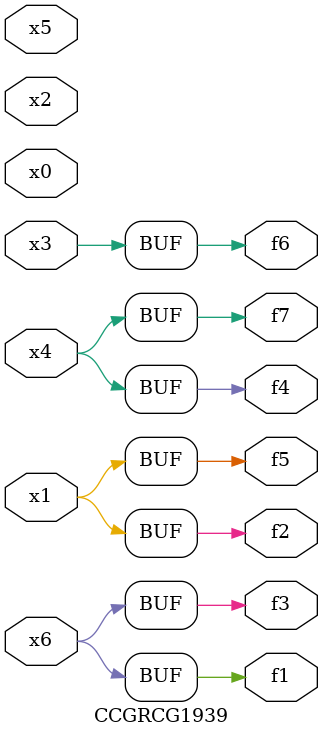
<source format=v>
module CCGRCG1939(
	input x0, x1, x2, x3, x4, x5, x6,
	output f1, f2, f3, f4, f5, f6, f7
);
	assign f1 = x6;
	assign f2 = x1;
	assign f3 = x6;
	assign f4 = x4;
	assign f5 = x1;
	assign f6 = x3;
	assign f7 = x4;
endmodule

</source>
